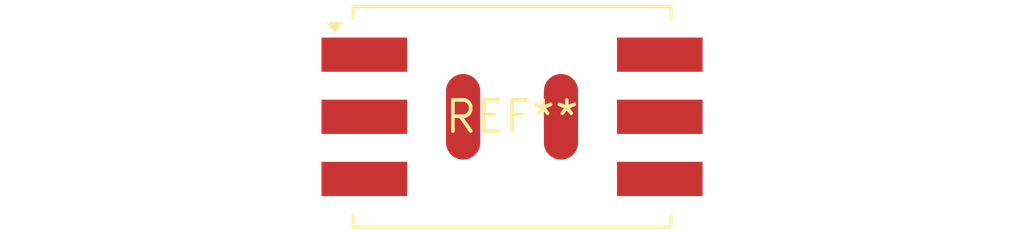
<source format=kicad_pcb>
(kicad_pcb (version 20240108) (generator pcbnew)
  (layers (0 "F.Cu" signal) (31 "B.Cu" signal) (34 "B.Paste" user) (35 "F.Paste" user) (36 "B.SilkS" user "B.Silkscreen") (37 "F.SilkS" user "F.Silkscreen") (38 "B.Mask" user) (39 "F.Mask" user) (44 "Edge.Cuts" user))
  (net 0 "")
  (footprint "Transformer_NF_ETAL_P2781_HandSoldering" (layer "F.Cu") (at 0 0)
    (property "Reference" "REF**")
    (property "Value" "Transformer_NF_ETAL_P2781_HandSoldering")
    (fp_line (start -6.5 -4.5) (end -6.5 -4) (layer "F.SilkS") (stroke (width 0.12)))
    (fp_line (start -6.5 -4.5) (end 6.5 -4.5) (layer "F.SilkS") (stroke (width 0.12)))
    (fp_line (start -6.5 4.5) (end -6.5 4) (layer "F.SilkS") (stroke (width 0.12)))
    (fp_line (start 6.5 -4.5) (end 6.5 -4) (layer "F.SilkS") (stroke (width 0.12)))
    (fp_line (start 6.5 4.5) (end -6.5 4.5) (layer "F.SilkS") (stroke (width 0.12)))
    (fp_line (start 6.5 4.5) (end 6.5 4) (layer "F.SilkS") (stroke (width 0.12)))
    (fp_poly (pts (xy -7.25 -3.5) (xy -7.49 -3.83) (xy -7.01 -3.83) (xy -7.25 -3.5)) (layer "F.SilkS") (stroke (width 0.12)) (fill solid))
    (pad "1" smd rect (at -6.04 -2.54) (size 3.5 1.4) (layers "F.Cu" "F.Paste" "F.Mask"))
    (pad "2" smd rect (at -6.04 0) (size 3.5 1.4) (layers "F.Cu" "F.Paste" "F.Mask"))
    (pad "3" smd rect (at -6.04 2.54) (size 3.5 1.4) (layers "F.Cu" "F.Paste" "F.Mask"))
    (pad "4" smd rect (at 6.04 2.54) (size 3.5 1.4) (layers "F.Cu" "F.Paste" "F.Mask"))
    (pad "5" smd rect (at 6.04 0) (size 3.5 1.4) (layers "F.Cu" "F.Paste" "F.Mask"))
    (pad "6" smd rect (at 6.04 -2.54) (size 3.5 1.4) (layers "F.Cu" "F.Paste" "F.Mask"))
    (pad "7" smd oval (at -2 0 90) (size 3.5 1.4) (layers "F.Cu" "F.Paste" "F.Mask"))
    (pad "7" smd oval (at 2 0 90) (size 3.5 1.4) (layers "F.Cu" "F.Paste" "F.Mask"))
  )
)
</source>
